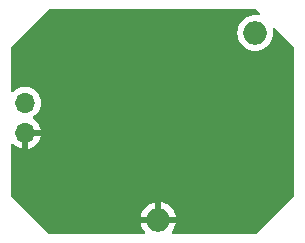
<source format=gbr>
%TF.GenerationSoftware,KiCad,Pcbnew,(6.0.9)*%
%TF.CreationDate,2024-03-30T18:15:30+01:00*%
%TF.ProjectId,HBW-IO-4-FM_Platine2,4842572d-494f-42d3-942d-464d5f506c61,rev?*%
%TF.SameCoordinates,Original*%
%TF.FileFunction,Copper,L2,Bot*%
%TF.FilePolarity,Positive*%
%FSLAX46Y46*%
G04 Gerber Fmt 4.6, Leading zero omitted, Abs format (unit mm)*
G04 Created by KiCad (PCBNEW (6.0.9)) date 2024-03-30 18:15:30*
%MOMM*%
%LPD*%
G01*
G04 APERTURE LIST*
%TA.AperFunction,ComponentPad*%
%ADD10O,1.700000X1.700000*%
%TD*%
%TA.AperFunction,ComponentPad*%
%ADD11O,2.000000X2.000000*%
%TD*%
%TA.AperFunction,ViaPad*%
%ADD12C,0.600000*%
%TD*%
G04 APERTURE END LIST*
D10*
%TO.P,J1,1,Pin_1*%
%TO.N,/+24V*%
X127900000Y-91660000D03*
%TO.P,J1,2,Pin_2*%
%TO.N,/GND*%
X127900000Y-94200000D03*
%TD*%
D11*
%TO.P,ST3,1,Pin_1*%
%TO.N,/VCC*%
X147400000Y-85750000D03*
%TD*%
%TO.P,ST4,1,Pin_1*%
%TO.N,/GND*%
X139200000Y-101550000D03*
%TD*%
D12*
%TO.N,/GND*%
X145000000Y-94000000D03*
X132250000Y-101600000D03*
X138000000Y-89000000D03*
X146000000Y-101550000D03*
X138000000Y-91500000D03*
X137137500Y-85650000D03*
X148600000Y-95950000D03*
X143500000Y-101600000D03*
X146000000Y-99000000D03*
X138000000Y-94000000D03*
X134550000Y-101600000D03*
X130000000Y-100500000D03*
X134000000Y-94000000D03*
%TD*%
%TA.AperFunction,Conductor*%
%TO.N,/GND*%
G36*
X147505304Y-83778502D02*
G01*
X147526278Y-83795405D01*
X147780886Y-84050013D01*
X147814912Y-84112325D01*
X147809847Y-84183140D01*
X147767300Y-84239976D01*
X147700780Y-84264787D01*
X147662376Y-84261626D01*
X147641533Y-84256622D01*
X147641525Y-84256621D01*
X147636711Y-84255465D01*
X147400000Y-84236835D01*
X147163289Y-84255465D01*
X147158482Y-84256619D01*
X147158476Y-84256620D01*
X147012609Y-84291640D01*
X146932406Y-84310895D01*
X146927835Y-84312788D01*
X146927833Y-84312789D01*
X146717611Y-84399865D01*
X146717607Y-84399867D01*
X146713037Y-84401760D01*
X146708817Y-84404346D01*
X146514798Y-84523241D01*
X146514792Y-84523245D01*
X146510584Y-84525824D01*
X146330031Y-84680031D01*
X146175824Y-84860584D01*
X146173245Y-84864792D01*
X146173241Y-84864798D01*
X146124040Y-84945087D01*
X146051760Y-85063037D01*
X145960895Y-85282406D01*
X145959740Y-85287218D01*
X145906623Y-85508467D01*
X145905465Y-85513289D01*
X145886835Y-85750000D01*
X145905465Y-85986711D01*
X145960895Y-86217594D01*
X145962788Y-86222165D01*
X145962789Y-86222167D01*
X146043183Y-86416255D01*
X146051760Y-86436963D01*
X146054346Y-86441183D01*
X146173241Y-86635202D01*
X146173245Y-86635208D01*
X146175824Y-86639416D01*
X146330031Y-86819969D01*
X146510584Y-86974176D01*
X146514792Y-86976755D01*
X146514798Y-86976759D01*
X146708817Y-87095654D01*
X146713037Y-87098240D01*
X146717607Y-87100133D01*
X146717611Y-87100135D01*
X146927833Y-87187211D01*
X146932406Y-87189105D01*
X147012609Y-87208360D01*
X147158476Y-87243380D01*
X147158482Y-87243381D01*
X147163289Y-87244535D01*
X147400000Y-87263165D01*
X147636711Y-87244535D01*
X147641518Y-87243381D01*
X147641524Y-87243380D01*
X147787391Y-87208360D01*
X147867594Y-87189105D01*
X147872167Y-87187211D01*
X148082389Y-87100135D01*
X148082393Y-87100133D01*
X148086963Y-87098240D01*
X148091183Y-87095654D01*
X148285202Y-86976759D01*
X148285208Y-86976755D01*
X148289416Y-86974176D01*
X148469969Y-86819969D01*
X148624176Y-86639416D01*
X148626755Y-86635208D01*
X148626759Y-86635202D01*
X148745654Y-86441183D01*
X148748240Y-86436963D01*
X148756818Y-86416255D01*
X148837211Y-86222167D01*
X148837212Y-86222165D01*
X148839105Y-86217594D01*
X148894535Y-85986711D01*
X148913165Y-85750000D01*
X148894535Y-85513289D01*
X148893379Y-85508475D01*
X148893378Y-85508467D01*
X148888374Y-85487624D01*
X148891920Y-85416716D01*
X148933239Y-85358982D01*
X148999213Y-85332751D01*
X149068894Y-85346353D01*
X149099986Y-85369113D01*
X149943654Y-86212782D01*
X150654595Y-86923723D01*
X150688621Y-86986035D01*
X150691500Y-87012818D01*
X150691500Y-99487182D01*
X150671498Y-99555303D01*
X150654595Y-99576277D01*
X147526278Y-102704595D01*
X147463966Y-102738621D01*
X147437183Y-102741500D01*
X140438829Y-102741500D01*
X140370708Y-102721498D01*
X140324215Y-102667842D01*
X140314111Y-102597568D01*
X140343018Y-102533669D01*
X140420557Y-102442883D01*
X140426357Y-102434899D01*
X140545205Y-102240958D01*
X140549687Y-102232163D01*
X140636736Y-102022008D01*
X140639782Y-102012634D01*
X140685642Y-101821615D01*
X140684937Y-101807531D01*
X140676056Y-101804000D01*
X137728244Y-101804000D01*
X137714713Y-101807973D01*
X137713353Y-101817431D01*
X137760218Y-102012634D01*
X137763264Y-102022008D01*
X137850313Y-102232163D01*
X137854795Y-102240958D01*
X137973643Y-102434899D01*
X137979443Y-102442883D01*
X138056982Y-102533669D01*
X138086013Y-102598459D01*
X138075408Y-102668659D01*
X138028533Y-102721981D01*
X137961171Y-102741500D01*
X129962818Y-102741500D01*
X129894697Y-102721498D01*
X129873723Y-102704595D01*
X128447513Y-101278385D01*
X137714358Y-101278385D01*
X137715063Y-101292469D01*
X137723944Y-101296000D01*
X138927885Y-101296000D01*
X138943124Y-101291525D01*
X138944329Y-101290135D01*
X138946000Y-101282452D01*
X138946000Y-101277885D01*
X139454000Y-101277885D01*
X139458475Y-101293124D01*
X139459865Y-101294329D01*
X139467548Y-101296000D01*
X140671756Y-101296000D01*
X140685287Y-101292027D01*
X140686647Y-101282569D01*
X140639782Y-101087366D01*
X140636736Y-101077992D01*
X140549687Y-100867837D01*
X140545205Y-100859042D01*
X140426357Y-100665101D01*
X140420557Y-100657117D01*
X140272822Y-100484142D01*
X140265858Y-100477178D01*
X140092883Y-100329443D01*
X140084899Y-100323643D01*
X139890958Y-100204795D01*
X139882163Y-100200313D01*
X139672008Y-100113264D01*
X139662634Y-100110218D01*
X139471615Y-100064358D01*
X139457531Y-100065063D01*
X139454000Y-100073944D01*
X139454000Y-101277885D01*
X138946000Y-101277885D01*
X138946000Y-100078244D01*
X138942027Y-100064713D01*
X138932569Y-100063353D01*
X138737366Y-100110218D01*
X138727992Y-100113264D01*
X138517837Y-100200313D01*
X138509042Y-100204795D01*
X138315101Y-100323643D01*
X138307117Y-100329443D01*
X138134142Y-100477178D01*
X138127178Y-100484142D01*
X137979443Y-100657117D01*
X137973643Y-100665101D01*
X137854795Y-100859042D01*
X137850313Y-100867837D01*
X137763264Y-101077992D01*
X137760218Y-101087366D01*
X137714358Y-101278385D01*
X128447513Y-101278385D01*
X126745405Y-99576278D01*
X126711379Y-99513966D01*
X126708500Y-99487183D01*
X126708500Y-95236608D01*
X126728502Y-95168487D01*
X126782158Y-95121994D01*
X126852432Y-95111890D01*
X126917012Y-95141384D01*
X126929737Y-95154110D01*
X126943218Y-95169673D01*
X126950580Y-95176883D01*
X127114434Y-95312916D01*
X127122881Y-95318831D01*
X127306756Y-95426279D01*
X127316042Y-95430729D01*
X127515001Y-95506703D01*
X127524899Y-95509579D01*
X127628250Y-95530606D01*
X127642299Y-95529410D01*
X127646000Y-95519065D01*
X127646000Y-95518517D01*
X128154000Y-95518517D01*
X128158064Y-95532359D01*
X128171478Y-95534393D01*
X128178184Y-95533534D01*
X128188262Y-95531392D01*
X128392255Y-95470191D01*
X128401842Y-95466433D01*
X128593095Y-95372739D01*
X128601945Y-95367464D01*
X128775328Y-95243792D01*
X128783200Y-95237139D01*
X128934052Y-95086812D01*
X128940730Y-95078965D01*
X129065003Y-94906020D01*
X129070313Y-94897183D01*
X129164670Y-94706267D01*
X129168469Y-94696672D01*
X129230377Y-94492910D01*
X129232555Y-94482837D01*
X129233986Y-94471962D01*
X129231775Y-94457778D01*
X129218617Y-94454000D01*
X128172115Y-94454000D01*
X128156876Y-94458475D01*
X128155671Y-94459865D01*
X128154000Y-94467548D01*
X128154000Y-95518517D01*
X127646000Y-95518517D01*
X127646000Y-94072000D01*
X127666002Y-94003879D01*
X127719658Y-93957386D01*
X127772000Y-93946000D01*
X129218344Y-93946000D01*
X129231875Y-93942027D01*
X129233180Y-93932947D01*
X129191214Y-93765875D01*
X129187894Y-93756124D01*
X129102972Y-93560814D01*
X129098105Y-93551739D01*
X128982426Y-93372926D01*
X128976136Y-93364757D01*
X128832806Y-93207240D01*
X128825273Y-93200215D01*
X128658139Y-93068222D01*
X128649556Y-93062520D01*
X128612602Y-93042120D01*
X128562631Y-92991687D01*
X128547859Y-92922245D01*
X128572975Y-92855839D01*
X128600327Y-92829232D01*
X128623797Y-92812491D01*
X128779860Y-92701173D01*
X128783674Y-92697373D01*
X128879231Y-92602149D01*
X128938096Y-92543489D01*
X129068453Y-92362077D01*
X129091328Y-92315794D01*
X129165136Y-92166453D01*
X129165137Y-92166451D01*
X129167430Y-92161811D01*
X129232370Y-91948069D01*
X129261529Y-91726590D01*
X129263156Y-91660000D01*
X129244852Y-91437361D01*
X129190431Y-91220702D01*
X129101354Y-91015840D01*
X128980014Y-90828277D01*
X128829670Y-90663051D01*
X128825619Y-90659852D01*
X128825615Y-90659848D01*
X128658414Y-90527800D01*
X128658410Y-90527798D01*
X128654359Y-90524598D01*
X128458789Y-90416638D01*
X128453920Y-90414914D01*
X128453916Y-90414912D01*
X128253087Y-90343795D01*
X128253083Y-90343794D01*
X128248212Y-90342069D01*
X128243119Y-90341162D01*
X128243116Y-90341161D01*
X128033373Y-90303800D01*
X128033367Y-90303799D01*
X128028284Y-90302894D01*
X127954452Y-90301992D01*
X127810081Y-90300228D01*
X127810079Y-90300228D01*
X127804911Y-90300165D01*
X127584091Y-90333955D01*
X127371756Y-90403357D01*
X127173607Y-90506507D01*
X127169474Y-90509610D01*
X127169471Y-90509612D01*
X126999100Y-90637530D01*
X126994965Y-90640635D01*
X126991393Y-90644373D01*
X126925593Y-90713228D01*
X126864069Y-90748657D01*
X126793157Y-90745200D01*
X126735371Y-90703954D01*
X126709057Y-90638013D01*
X126708500Y-90626176D01*
X126708500Y-87012817D01*
X126728502Y-86944696D01*
X126745405Y-86923722D01*
X129873723Y-83795405D01*
X129936035Y-83761379D01*
X129962818Y-83758500D01*
X147437183Y-83758500D01*
X147505304Y-83778502D01*
G37*
%TD.AperFunction*%
%TD*%
M02*

</source>
